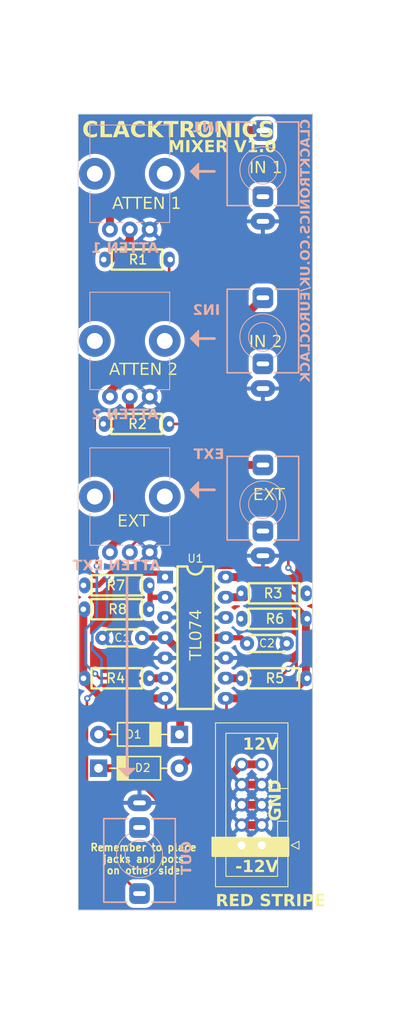
<source format=kicad_pcb>
(kicad_pcb (version 20221018) (generator pcbnew)
  (layers (0 "F.Cu" signal) (31 "B.Cu" signal) (34 "B.Paste" user) (35 "F.Paste" user) (36 "B.SilkS" user "B.Silkscreen") (37 "F.SilkS" user "F.Silkscreen") (38 "B.Mask" user) (39 "F.Mask" user) (44 "Edge.Cuts" user))
  (net 0 "")
  (net 1 "+12V")
  (net 2 "Net-(D1-A)")
  (net 3 "Net-(D2-K)")
  (net 4 "-12V")
  (net 5 "GND")
  (net 6 "Net-(J1-PadT)")
  (net 7 "Net-(J2-PadT)")
  (net 8 "Net-(J3-PadT)")
  (net 9 "Net-(J4-PadT)")
  (net 10 "Net-(R1-Pad1)")
  (net 11 "Net-(U1D--)")
  (net 12 "Net-(R2-Pad1)")
  (net 13 "Net-(U1C--)")
  (net 14 "Net-(R3-Pad1)")
  (net 15 "Net-(U1B--)")
  (net 16 "Net-(R4-Pad2)")
  (net 17 "Net-(U1A--)")
  (footprint "Clacktronics:R_Axial_DIN0204_L3.6mm_D1.6mm_P7.62mm_Horizontal" (layer "F.Cu") (at 123.965 63.275)
    (fp_text reference "R1" (at 4.318 0) (layer "F.SilkS") (effects (font (size 1.2 1.2) (thickness 0.2) bold)))
    (fp_text value "100k")
    (fp_line (start 1.016 -1.27) (end 1.016 1.27) (stroke (width 0.3)) (layer "F.SilkS"))
    (fp_line (start 1.016 1.27) (end 7.366 1.27) (stroke (width 0.3)) (layer "F.SilkS"))
    (fp_line (start 7.366 -1.27) (end 1.016 -1.27) (stroke (width 0.3)) (layer "F.SilkS"))
    (fp_line (start 7.366 1.27) (end 7.366 -1.27) (stroke (width 0.3)) (layer "F.SilkS"))
    (pad "1" thru_hole oval (at 0 0) (size 1.4 2) (drill 0.7 (offset 0.15 0)) (layers "*.Cu" "*.Mask") (net 10 "Net-(R1-Pad1)"))
    (pad "2" thru_hole oval (at 8.382 0 180) (size 1.4 2) (drill 0.7 (offset 0.15 0)) (layers "*.Cu" "*.Mask") (net 15 "Net-(U1B--)"))
  )
  (footprint "Clacktronics:C_TH_Disc_P5.00mm" (layer "F.Cu") (at 147 111.5 180)
    (fp_text reference "C2" (at 2.5 0.0254) (layer "F.SilkS"))
    (fp_text value "100n")
    (fp_line (start 0.23 -1.07) (end 0.23 -1.055) (stroke (width 0.12)) (layer "F.SilkS"))
    (fp_line (start 0.23 -1.07) (end 4.77 -1.07) (stroke (width 0.3)) (layer "F.SilkS"))
    (fp_line (start 0.23 1.055) (end 0.23 1.07) (stroke (width 0.12)) (layer "F.SilkS"))
    (fp_line (start 0.23 1.07) (end 4.77 1.07) (stroke (width 0.3)) (layer "F.SilkS"))
    (fp_line (start 4.77 -1.07) (end 4.77 -1.055) (stroke (width 0.12)) (layer "F.SilkS"))
    (fp_line (start 4.77 1.055) (end 4.77 1.07) (stroke (width 0.12)) (layer "F.SilkS"))
    (pad "1" thru_hole circle (at 0 0 180) (size 1.8 1.8) (drill 0.8) (layers "*.Cu" "*.Mask") (net 5 "GND"))
    (pad "2" thru_hole circle (at 5 0 180) (size 1.8 1.8) (drill 0.8) (layers "*.Cu" "*.Mask") (net 4 "-12V"))
  )
  (footprint "Connector_IDC:IDC-Header_2x05_P2.54mm_Vertical" (layer "F.Cu") (at 143.865 136.85 180)
    (fp_text reference "J5" hide)
    (fp_text value "Eurorack socket")
    (fp_line (start -4.68 -0.5) (end -4.68 0.5) (stroke (width 0.12)) (layer "F.SilkS"))
    (fp_line (start -4.68 0.5) (end -3.68 0) (stroke (width 0.12)) (layer "F.SilkS"))
    (fp_line (start -3.68 0) (end -4.68 -0.5) (stroke (width 0.12)) (layer "F.SilkS"))
    (fp_line (start -3.29 -5.21) (end 5.83 -5.21) (stroke (width 0.12)) (layer "F.SilkS"))
    (fp_line (start -3.29 3.03) (end -1.98 3.03) (stroke (width 0.12)) (layer "F.SilkS"))
    (fp_line (start -3.29 15.37) (end -3.29 -5.21) (stroke (width 0.12)) (layer "F.SilkS"))
    (fp_line (start -1.98 -3.91) (end 4.52 -3.91) (stroke (width 0.12)) (layer "F.SilkS"))
    (fp_line (start -1.98 3.03) (end -1.98 -3.91) (stroke (width 0.12)) (layer "F.SilkS"))
    (fp_line (start -1.98 7.13) (end -3.29 7.13) (stroke (width 0.12)) (layer "F.SilkS"))
    (fp_line (start -1.98 7.13) (end -1.98 7.13) (stroke (width 0.12)) (layer "F.SilkS"))
    (fp_line (start -1.98 14.07) (end -1.98 7.13) (stroke (width 0.12)) (layer "F.SilkS"))
    (fp_line (start 4.52 -3.91) (end 4.52 14.07) (stroke (width 0.12)) (layer "F.SilkS"))
    (fp_line (start 4.52 14.07) (end -1.98 14.07) (stroke (width 0.12)) (layer "F.SilkS"))
    (fp_line (start 5.83 -5.21) (end 5.83 15.37) (stroke (width 0.12)) (layer "F.SilkS"))
    (fp_line (start 5.83 15.37) (end -3.29 15.37) (stroke (width 0.12)) (layer "F.SilkS"))
    (pad "1" thru_hole roundrect (at 0 0 180) (size 1.7 1.7) (drill 1) (layers "*.Cu" "*.Mask") (roundrect_rratio 0.147059) (net 3 "Net-(D2-K)"))
    (pad "2" thru_hole circle (at 2.54 0 180) (size 1.7 1.7) (drill 1) (layers "*.Cu" "*.Mask") (net 3 "Net-(D2-K)"))
    (pad "3" thru_hole circle (at 0 2.54 180) (size 1.7 1.7) (drill 1) (layers "*.Cu" "*.Mask") (net 5 "GND"))
    (pad "4" thru_hole circle (at 2.54 2.54 180) (size 1.7 1.7) (drill 1) (layers "*.Cu" "*.Mask") (net 5 "GND"))
    (pad "5" thru_hole circle (at 0 5.08 180) (size 1.7 1.7) (drill 1) (layers "*.Cu" "*.Mask") (net 5 "GND"))
    (pad "6" thru_hole circle (at 2.54 5.08 180) (size 1.7 1.7) (drill 1) (layers "*.Cu" "*.Mask") (net 5 "GND"))
    (pad "7" thru_hole circle (at 0 7.62 180) (size 1.7 1.7) (drill 1) (layers "*.Cu" "*.Mask") (net 5 "GND"))
    (pad "8" thru_hole circle (at 2.54 7.62 180) (size 1.7 1.7) (drill 1) (layers "*.Cu" "*.Mask") (net 5 "GND"))
    (pad "9" thru_hole circle (at 0 10.16 180) (size 1.7 1.7) (drill 1) (layers "*.Cu" "*.Mask") (net 2 "Net-(D1-A)"))
    (pad "10" thru_hole circle (at 2.54 10.16 180) (size 1.7 1.7) (drill 1) (layers "*.Cu" "*.Mask") (net 2 "Net-(D1-A)"))
  )
  (footprint "Clacktronics:R_Axial_DIN0204_L3.6mm_D1.6mm_P7.62mm_Horizontal" (layer "F.Cu") (at 123.905 83.925)
    (fp_text reference "R2" (at 4.318 0) (layer "F.SilkS") (effects (font (size 1.2 1.2) (thickness 0.2) bold)))
    (fp_text value "100k")
    (fp_line (start 1.016 -1.27) (end 1.016 1.27) (stroke (width 0.3)) (layer "F.SilkS"))
    (fp_line (start 1.016 1.27) (end 7.366 1.27) (stroke (width 0.3)) (layer "F.SilkS"))
    (fp_line (start 7.366 -1.27) (end 1.016 -1.27) (stroke (width 0.3)) (layer "F.SilkS"))
    (fp_line (start 7.366 1.27) (end 7.366 -1.27) (stroke (width 0.3)) (layer "F.SilkS"))
    (pad "1" thru_hole oval (at 0 0) (size 1.4 2) (drill 0.7 (offset 0.15 0)) (layers "*.Cu" "*.Mask") (net 12 "Net-(R2-Pad1)"))
    (pad "2" thru_hole oval (at 8.382 0 180) (size 1.4 2) (drill 0.7 (offset 0.15 0)) (layers "*.Cu" "*.Mask") (net 13 "Net-(U1C--)"))
  )
  (footprint "Clacktronics:R_Axial_DIN0204_L3.6mm_D1.6mm_P7.62mm_Horizontal" (layer "F.Cu") (at 141.2 108.4)
    (fp_text reference "R6" (at 4.318 0) (layer "F.SilkS") (effects (font (size 1.2 1.2) (thickness 0.2) bold)))
    (fp_text value "100k")
    (fp_line (start 1.016 -1.27) (end 1.016 1.27) (stroke (width 0.3)) (layer "F.SilkS"))
    (fp_line (start 1.016 1.27) (end 7.366 1.27) (stroke (width 0.3)) (layer "F.SilkS"))
    (fp_line (start 7.366 -1.27) (end 1.016 -1.27) (stroke (width 0.3)) (layer "F.SilkS"))
    (fp_line (start 7.366 1.27) (end 7.366 -1.27) (stroke (width 0.3)) (layer "F.SilkS"))
    (pad "1" thru_hole oval (at 0 0) (size 1.4 2) (drill 0.7 (offset 0.15 0)) (layers "*.Cu" "*.Mask") (net 11 "Net-(U1D--)"))
    (pad "2" thru_hole oval (at 8.382 0 180) (size 1.4 2) (drill 0.7 (offset 0.15 0)) (layers "*.Cu" "*.Mask") (net 16 "Net-(R4-Pad2)"))
  )
  (footprint "Clacktronics:R_Axial_DIN0204_L3.6mm_D1.6mm_P7.62mm_Horizontal" (layer "F.Cu") (at 129.8 104.2 180)
    (fp_text reference "R7" (at 4.318 0 180) (layer "F.SilkS") (effects (font (size 1.2 1.2) (thickness 0.2) bold)))
    (fp_text value "100k")
    (fp_line (start 1.016 -1.27) (end 1.016 1.27) (stroke (width 0.3)) (layer "F.SilkS"))
    (fp_line (start 1.016 1.27) (end 7.366 1.27) (stroke (width 0.3)) (layer "F.SilkS"))
    (fp_line (start 7.366 -1.27) (end 1.016 -1.27) (stroke (width 0.3)) (layer "F.SilkS"))
    (fp_line (start 7.366 1.27) (end 7.366 -1.27) (stroke (width 0.3)) (layer "F.SilkS"))
    (pad "1" thru_hole oval (at 0 0 180) (size 1.4 2) (drill 0.7 (offset 0.15 0)) (layers "*.Cu" "*.Mask") (net 17 "Net-(U1A--)"))
    (pad "2" thru_hole oval (at 8.382 0) (size 1.4 2) (drill 0.7 (offset 0.15 0)) (layers "*.Cu" "*.Mask") (net 9 "Net-(J4-PadT)"))
  )
  (footprint "Clacktronics:DIP-14_W7.62mm_LongPads" (layer "F.Cu") (at 131.69 103.16)
    (fp_text reference "U1" (at 3.81 -2.33) (layer "F.SilkS"))
    (fp_text value "TL074")
    (fp_line (start 1.56 -1.33) (end 1.56 16.57) (stroke (width 0.3)) (layer "F.SilkS"))
    (fp_line (start 1.56 16.57) (end 6.06 16.57) (stroke (width 0.3)) (layer "F.SilkS"))
    (fp_line (start 2.81 -1.33) (end 1.56 -1.33) (stroke (width 0.3)) (layer "F.SilkS"))
    (fp_line (start 6.06 -1.33) (end 4.81 -1.33) (stroke (width 0.3)) (layer "F.SilkS"))
    (fp_line (start 6.06 16.57) (end 6.06 -1.33) (stroke (width 0.3)) (layer "F.SilkS"))
    (fp_arc (start 4.81 -1.33) (mid 3.81 -0.33) (end 2.81 -1.33) (stroke (width 0.3)) (layer "F.SilkS"))
    (pad "1" thru_hole rect (at 0 0) (size 2 1.6) (drill 0.8) (layers "*.Cu" "*.Mask") (net 9 "Net-(J4-PadT)"))
    (pad "2" thru_hole oval (at 0 2.54) (size 2 1.6) (drill 0.8) (layers "*.Cu" "*.Mask") (net 17 "Net-(U1A--)"))
    (pad "3" thru_hole oval (at 0 5.08) (size 2 1.6) (drill 0.8) (layers "*.Cu" "*.Mask") (net 5 "GND"))
    (pad "4" thru_hole oval (at 0 7.62) (size 2 1.6) (drill 0.8) (layers "*.Cu" "*.Mask") (net 1 "+12V"))
    (pad "5" thru_hole oval (at 0 10.16) (size 2 1.6) (drill 0.8) (layers "*.Cu" "*.Mask") (net 5 "GND"))
    (pad "6" thru_hole oval (at 0 12.7) (size 2 1.6) (drill 0.8) (layers "*.Cu" "*.Mask") (net 15 "Net-(U1B--)"))
    (pad "7" thru_hole oval (at 0 15.24) (size 2 1.6) (drill 0.8) (layers "*.Cu" "*.Mask") (net 16 "Net-(R4-Pad2)"))
    (pad "8" thru_hole oval (at 7.62 15.24) (size 2 1.6) (drill 0.8) (layers "*.Cu" "*.Mask") (net 16 "Net-(R4-Pad2)"))
    (pad "9" thru_hole oval (at 7.62 12.7) (size 2 1.6) (drill 0.8) (layers "*.Cu" "*.Mask") (net 13 "Net-(U1C--)"))
    (pad "10" thru_hole oval (at 7.62 10.16) (size 2 1.6) (drill 0.8) (layers "*.Cu" "*.Mask") (net 5 "GND"))
    (pad "11" thru_hole oval (at 7.62 7.62) (size 2 1.6) (drill 0.8) (layers "*.Cu" "*.Mask") (net 4 "-12V"))
    (pad "12" thru_hole oval (at 7.62 5.08) (size 2 1.6) (drill 0.8) (layers "*.Cu" "*.Mask") (net 5 "GND"))
    (pad "13" thru_hole oval (at 7.62 2.54) (size 2 1.6) (drill 0.8) (layers "*.Cu" "*.Mask") (net 11 "Net-(U1D--)"))
    (pad "14" thru_hole oval (at 7.62 0) (size 2 1.6) (drill 0.8) (layers "*.Cu" "*.Mask") (net 16 "Net-(R4-Pad2)"))
  )
  (footprint "Clacktronics:C_TH_Disc_P5.00mm" (layer "F.Cu") (at 128.8 110.8 180)
    (fp_text reference "C1" (at 2.5 0.0254) (layer "F.SilkS"))
    (fp_text value "100n")
    (fp_line (start 0.23 -1.07) (end 0.23 -1.055) (stroke (width 0.12)) (layer "F.SilkS"))
    (fp_line (start 0.23 -1.07) (end 4.77 -1.07) (stroke (width 0.3)) (layer "F.SilkS"))
    (fp_line (start 0.23 1.055) (end 0.23 1.07) (stroke (width 0.12)) (layer "F.SilkS"))
    (fp_line (start 0.23 1.07) (end 4.77 1.07) (stroke (width 0.3)) (layer "F.SilkS"))
    (fp_line (start 4.77 -1.07) (end 4.77 -1.055) (stroke (width 0.12)) (layer "F.SilkS"))
    (fp_line (start 4.77 1.055) (end 4.77 1.07) (stroke (width 0.12)) (layer "F.SilkS"))
    (pad "1" thru_hole circle (at 0 0 180) (size 1.8 1.8) (drill 0.8) (layers "*.Cu" "*.Mask") (net 1 "+12V"))
    (pad "2" thru_hole circle (at 5 0 180) (size 1.8 1.8) (drill 0.8) (layers "*.Cu" "*.Mask") (net 5 "GND"))
  )
  (footprint "Clacktronics:R_Axial_DIN0204_L3.6mm_D1.6mm_P7.62mm_Horizontal" (layer "F.Cu") (at 121.4 107.2)
    (fp_text reference "R8" (at 4.318 0) (layer "F.SilkS") (effects (font (size 1.2 1.2) (thickness 0.2) bold)))
    (fp_text value "100k")
    (fp_line (start 1.016 -1.27) (end 1.016 1.27) (stroke (width 0.3)) (layer "F.SilkS"))
    (fp_line (start 1.016 1.27) (end 7.366 1.27) (stroke (width 0.3)) (layer "F.SilkS"))
    (fp_line (start 7.366 -1.27) (end 1.016 -1.27) (stroke (width 0.3)) (layer "F.SilkS"))
    (fp_line (start 7.366 1.27) (end 7.366 -1.27) (stroke (width 0.3)) (layer "F.SilkS"))
    (pad "1" thru_hole oval (at 0 0) (size 1.4 2) (drill 0.7 (offset 0.15 0)) (layers "*.Cu" "*.Mask") (net 16 "Net-(R4-Pad2)"))
    (pad "2" thru_hole oval (at 8.382 0 180) (size 1.4 2) (drill 0.7 (offset 0.15 0)) (layers "*.Cu" "*.Mask") (net 17 "Net-(U1A--)"))
  )
  (footprint "Clacktronics:D_TH_DO-41_P10.16mm" (layer "F.Cu") (at 123.32 127.175)
    (fp_text reference "D2" (at 5.555 -0.05) (layer "F.SilkS"))
    (fp_text value "D_Schottky")
    (fp_line (start 1.4 0) (end 2.35 0) (stroke (width 0.2)) (layer "F.SilkS"))
    (fp_line (start 2.36 -1.47) (end 2.36 1.47) (stroke (width 0.2)) (layer "F.SilkS"))
    (fp_line (start 2.36 1.47) (end 7.8 1.47) (stroke (width 0.2)) (layer "F.SilkS"))
    (fp_line (start 7.8 -1.47) (end 2.36 -1.47) (stroke (width 0.2)) (layer "F.SilkS"))
    (fp_line (start 7.8 0) (end 8.75 0) (stroke (width 0.2)) (layer "F.SilkS"))
    (fp_line (start 7.8 1.47) (end 7.8 -1.47) (stroke (width 0.2)) (layer "F.SilkS"))
    (fp_poly (pts (xy 2.36 -1.47) (xy 2.36 1.47) (xy 3.75 1.5) (xy 3.75 -1.5)) (stroke (width 0.1)) (fill solid) (layer "F.SilkS"))
    (pad "1" thru_hole rect (at 0 0) (size 2.2 2.2) (drill 1.1) (layers "*.Cu" "*.Mask") (net 3 "Net-(D2-K)"))
    (pad "2" thru_hole oval (at 10.16 0) (size 2.2 2.2) (drill 1.1) (layers "*.Cu" "*.Mask") (net 4 "-12V"))
  )
  (footprint "Clacktronics:D_TH_DO-41_P10.16mm" (layer "F.Cu") (at 133.5 122.925 180)
    (fp_text reference "D1" (at 5.755 0) (layer "F.SilkS"))
    (fp_text value "D_Schottky")
    (fp_line (start 1.4 0) (end 2.35 0) (stroke (width 0.2)) (layer "F.SilkS"))
    (fp_line (start 2.36 -1.47) (end 2.36 1.47) (stroke (width 0.2)) (layer "F.SilkS"))
    (fp_line (start 2.36 1.47) (end 7.8 1.47) (stroke (width 0.2)) (layer "F.SilkS"))
    (fp_line (start 7.8 -1.47) (end 2.36 -1.47) (stroke (width 0.2)) (layer "F.SilkS"))
    (fp_line (start 7.8 0) (end 8.75 0) (stroke (width 0.2)) (layer "F.SilkS"))
    (fp_line (start 7.8 1.47) (end 7.8 -1.47) (stroke (width 0.2)) (layer "F.SilkS"))
    (fp_poly (pts (xy 2.36 -1.47) (xy 2.36 1.47) (xy 3.75 1.5) (xy 3.75 -1.5)) (stroke (width 0.1)) (fill solid) (layer "F.SilkS"))
    (pad "1" thru_hole rect (at 0 0 180) (size 2.2 2.2) (drill 1.1) (layers "*.Cu" "*.Mask") (net 1 "+12V"))
    (pad "2" thru_hole oval (at 10.16 0 180) (size 2.2 2.2) (drill 1.1) (layers "*.Cu" "*.Mask") (net 2 "Net-(D1-A)"))
  )
  (footprint "Clacktronics:R_Axial_DIN0204_L3.6mm_D1.6mm_P7.62mm_Horizontal" (layer "F.Cu") (at 141.2 115.875)
    (fp_text reference "R5" (at 4.318 0) (layer "F.SilkS") (effects (font (size 1.2 1.2) (thickness 0.2) bold)))
    (fp_text value "100k")
    (fp_line (start 1.016 -1.27) (end 1.016 1.27) (stroke (width 0.3)) (layer "F.SilkS"))
    (fp_line (start 1.016 1.27) (end 7.366 1.27) (stroke (width 0.3)) (layer "F.SilkS"))
    (fp_line (start 7.366 -1.27) (end 1.016 -1.27) (stroke (width 0.3)) (layer "F.SilkS"))
    (fp_line (start 7.366 1.27) (end 7.366 -1.27) (stroke (width 0.3)) (layer "F.SilkS"))
    (pad "1" thru_hole oval (at 0 0) (size 1.4 2) (drill 0.7 (offset 0.15 0)) (layers "*.Cu" "*.Mask") (net 13 "Net-(U1C--)"))
    (pad "2" thru_hole oval (at 8.382 0 180) (size 1.4 2) (drill 0.7 (offset 0.15 0)) (layers "*.Cu" "*.Mask") (net 16 "Net-(R4-Pad2)"))
  )
  (footprint "Clacktronics:R_Axial_DIN0204_L3.6mm_D1.6mm_P7.62mm_Horizontal" (layer "F.Cu") (at 149.6 105.2 180)
    (fp_text reference "R3" (at 4.318 0 180) (layer "F.SilkS") (effects (font (size 1.2 1.2) (thickness 0.2) bold)))
    (fp_text value "47k")
    (fp_line (start 1.016 -1.27) (end 1.016 1.27) (stroke (width 0.3)) (layer "F.SilkS"))
    (fp_line (start 1.016 1.27) (end 7.366 1.27) (stroke (width 0.3)) (layer "F.SilkS"))
    (fp_line (start 7.366 -1.27) (end 1.016 -1.27) (stroke (width 0.3)) (layer "F.SilkS"))
    (fp_line (start 7.366 1.27) (end 7.366 -1.27) (stroke (width 0.3)) (layer "F.SilkS"))
    (pad "1" thru_hole oval (at 0 0 180) (size 1.4 2) (drill 0.7 (offset 0.15 0)) (layers "*.Cu" "*.Mask") (net 14 "Net-(R3-Pad1)"))
    (pad "2" thru_hole oval (at 8.382 0) (size 1.4 2) (drill 0.7 (offset 0.15 0)) (layers "*.Cu" "*.Mask") (net 11 "Net-(U1D--)"))
  )
  (footprint "Clacktronics:R_Axial_DIN0204_L3.6mm_D1.6mm_P7.62mm_Horizontal" (layer "F.Cu") (at 129.8 115.875 180)
    (fp_text reference "R4" (at 4.318 0 180) (layer "F.SilkS") (effects (font (size 1.2 1.2) (thickness 0.2) bold)))
    (fp_text value "100k")
    (fp_line (start 1.016 -1.27) (end 1.016 1.27) (stroke (width 0.3)) (layer "F.SilkS"))
    (fp_line (start 1.016 1.27) (end 7.366 1.27) (stroke (width 0.3)) (layer "F.SilkS"))
    (fp_line (start 7.366 -1.27) (end 1.016 -1.27) (stroke (width 0.3)) (layer "F.SilkS"))
    (fp_line (start 7.366 1.27) (end 7.366 -1.27) (stroke (width 0.3)) (layer "F.SilkS"))
    (pad "1" thru_hole oval (at 0 0 180) (size 1.4 2) (drill 0.7 (offset 0.15 0)) (layers "*.Cu" "*.Mask") (net 15 "Net-(U1B--)"))
    (pad "2" thru_hole oval (at 8.382 0) (size 1.4 2) (drill 0.7 (offset 0.15 0)) (layers "*.Cu" "*.Mask") (net 16 "Net-(R4-Pad2)"))
  )
  (footprint "Clacktronics:POT_TH_Alps_RK09K_Single_Vertical" (layer "B.Cu") (at 127.25 73 180)
    (fp_text reference "RV2" hide)
    (fp_text value "10k")
    (fp_line (start -5.021 -6.62) (end -5.021 -2.683) (stroke (width 0.12)) (layer "B.SilkS"))
    (fp_line (start -5.021 -6.62) (end -3.371 -6.62) (stroke (width 0.12)) (layer "B.SilkS"))
    (fp_line (start -5.021 1.684) (end -5.021 5.62) (stroke (width 0.12)) (layer "B.SilkS"))
    (fp_line (start -5.021 5.62) (end 5.02 5.62) (stroke (width 0.12)) (layer "B.SilkS"))
    (fp_line (start -1.629 -6.62) (end -0.87 -6.62) (stroke (width 0.12)) (layer "B.SilkS"))
    (fp_line (start 0.871 -6.62) (end 1.63 -6.62) (stroke (width 0.12)) (layer "B.SilkS"))
    (fp_line (start 3.37 -6.62) (end 5.02 -6.62) (stroke (width 0.12)) (layer "B.SilkS"))
    (fp_line (start 5.02 -6.62) (end 5.02 -2.683) (stroke (width 0.12)) (layer "B.SilkS"))
    (fp_line (start 5.02 1.684) (end 5.02 5.62) (stroke (width 0.12)) (layer "B.SilkS"))
    (pad "" thru_hole circle (at -4.4 -0.5 90) (size 4 4) (drill 2) (layers "*.Cu" "*.Mask"))
    (pad "" thru_hole circle (at 4.4 -0.5 90) (size 4 4) (drill 2) (layers "*.Cu" "*.Mask"))
    (pad "1" thru_hole circle (at 2.5 -7.5 90) (size 2 2) (drill 1) (layers "*.Cu" "*.Mask") (net 7 "Net-(J2-PadT)"))
    (pad "2" thru_hole circle (at 0 -7.5 180) (size 2 2) (drill 1) (layers "*.Cu" "*.Mask") (net 12 "Net-(R2-Pad1)"))
    (pad "3" thru_hole circle (at -2.5 -7.5 90) (size 2 2) (drill 1) (layers "*.Cu" "*.Mask") (net 5 "GND"))
  )
  (footprint "Clacktronics:POT_TH_Alps_RK09K_Single_Vertical" (layer "B.Cu") (at 127.25 92.55 180)
    (fp_text reference "RV3" hide)
    (fp_text value "10k")
    (fp_line (start -5.021 -6.62) (end -5.021 -2.683) (stroke (width 0.12)) (layer "B.SilkS"))
    (fp_line (start -5.021 -6.62) (end -3.371 -6.62) (stroke (width 0.12)) (layer "B.SilkS"))
    (fp_line (start -5.021 1.684) (end -5.021 5.62) (stroke (width 0.12)) (layer "B.SilkS"))
    (fp_line (start -5.021 5.62) (end 5.02 5.62) (stroke (width 0.12)) (layer "B.SilkS"))
    (fp_line (start -1.629 -6.62) (end -0.87 -6.62) (stroke (width 0.12)) (layer "B.SilkS"))
    (fp_line (start 0.871 -6.62) (end 1.63 -6.62) (stroke (width 0.12)) (layer "B.SilkS"))
    (fp_line (start 3.37 -6.62) (end 5.02 -6.62) (stroke (width 0.12)) (layer "B.SilkS"))
    (fp_line (start 5.02 -6.62) (end 5.02 -2.683) (stroke (width 0.12)) (layer "B.SilkS"))
    (fp_line (start 5.02 1.684) (end 5.02 5.62) (stroke (width 0.12)) (layer "B.SilkS"))
    (pad "" thru_hole circle (at -4.4 -0.5 90) (size 4 4) (drill 2) (layers "*.Cu" "*.Mask"))
    (pad "" thru_hole circle (at 4.4 -0.5 90) (size 4 4) (drill 2) (layers "*.Cu" "*.Mask"))
    (pad "1" thru_hole circle (at 2.5 -7.5 90) (size 2 2) (drill 1) (layers "*.Cu" "*.Mask") (net 8 "Net-(J3-PadT)"))
    (pad "2" thru_hole circle (at 0 -7.5 180) (size 2 2) (drill 1) (layers "*.Cu" "*.Mask") (net 14 "Net-(R3-Pad1)"))
    (pad "3" thru_hole circle (at -2.5 -7.5 90) (size 2 2) (drill 1) (layers "*.Cu" "*.Mask") (net 5 "GND"))
  )
  (footprint "AudioJacks:Jack_3.5mm_QingPu_WQP-PJ366ST_Vertical" (layer "B.Cu") (at 144 73 180)
    (fp_text reference "J2" hide)
    (fp_text value "input2")
    (fp_line (start -4.5 -4.5) (end -4.5 6) (stroke (width 0.2)) (layer "B.SilkS"))
    (fp_line (start -4.5 -4.5) (end -1.5 -4.5) (stroke (width 0.2)) (layer "B.SilkS"))
    (fp_line (start -4.5 6) (end -1.6 6) (stroke (width 0.2)) (layer "B.SilkS"))
    (fp_line (start 1.5 -4.5) (end 4.5 -4.5) (stroke (width 0.2)) (layer "B.SilkS"))
    (fp_line (start 1.6 6) (end 4.5 6) (stroke (width 0.2)) (layer "B.SilkS"))
    (fp_line (start 4.5 -4.5) (end 4.5 6) (stroke (width 0.2)) (layer "B.SilkS"))
    (fp_arc (start 0 2.895) (mid -2.817353 0.665994) (end -1.296263 -2.588577) (stroke (width 0.12)) (layer "B.SilkS"))
    (fp_arc (start 1.296263 -2.588577) (mid 2.817353 0.665994) (end 0 2.895) (stroke (width 0.12)) (layer "B.SilkS"))
    (fp_circle (center 0 0) (end -1.8 0) (stroke (width 0.12)) (fill none) (layer "B.SilkS"))
    (pad "R" thru_hole roundrect (at 0 -3.38 180) (size 2.6 2.6) (drill oval 1.6 0.6) (layers "*.Cu" "*.Mask"))
    (pad "S" thru_hole oval (at 0 -6.48 180) (size 3.1 2.1) (drill oval 1.6 0.6) (layers "*.Cu" "*.Mask") (net 5 "GND"))
    (pad "T" thru_hole roundrect (at 0 4.92 180) (size 2.6 2.6) (drill oval 1.6 0.6) (layers "*.Cu" "*.Mask") (net 7 "Net-(J2-PadT)"))
  )
  (footprint "Clacktronics:POT_TH_Alps_RK09K_Single_Vertical" (layer "B.Cu") (at 127.25 52 180)
    (fp_text reference "RV1" hide)
    (fp_text value "10k")
    (fp_line (start -5.021 -6.62) (end -5.021 -2.683) (stroke (width 0.12)) (layer "B.SilkS"))
    (fp_line (start -5.021 -6.62) (end -3.371 -6.62) (stroke (width 0.12)) (layer "B.SilkS"))
    (fp_line (start -5.021 1.684) (end -5.021 5.62) (stroke (width 0.12)) (layer "B.SilkS"))
    (fp_line (start -5.021 5.62) (end 5.02 5.62) (stroke (width 0.12)) (layer "B.SilkS"))
    (fp_line (start -1.629 -6.62) (end -0.87 -6.62) (stroke (width 0.12)) (layer "B.SilkS"))
    (fp_line (start 0.871 -6.62) (end 1.63 -6.62) (stroke (width 0.12)) (layer "B.SilkS"))
    (fp_line (start 3.37 -6.62) (end 5.02 -6.62) (stroke (width 0.12)) (layer "B.SilkS"))
    (fp_line (start 5.02 -6.62) (end 5.02 -2.683) (stroke (width 0.12)) (layer "B.SilkS"))
    (fp_line (start 5.02 1.684) (end 5.02 5.62) (stroke (width 0.12)) (layer "B.SilkS"))
    (pad "" thru_hole circle (at -4.4 -0.5 90) (size 4 4) (drill 2) (layers "*.Cu" "*.Mask"))
    (pad "" thru_hole circle (at 4.4 -0.5 90) (size 4 4) (drill 2) (layers "*.Cu" "*.Mask"))
    (pad "1" thru_hole circle (at 2.5 -7.5 90) (size 2 2) (drill 1) (layers "*.Cu" "*.Mask") (net 6 "Net-(J1-PadT)"))
    (pad "2" thru_hole circle (at 0 -7.5 180) (size 2 2) (drill 1) (layers "*.Cu" "*.Mask") (net 10 "Net-(R1-Pad1)"))
    (pad "3" thru_hole circle (at -2.5 -7.5 90) (size 2 2) (drill 1) (layers "*.Cu" "*.Mask") (net 5 "GND"))
  )
  (footprint "AudioJacks:Jack_3.5mm_QingPu_WQP-PJ366ST_Vertical" (layer "B.Cu") (at 144 94 180)
    (fp_text reference "J3" hide)
    (fp_text value "External")
    (fp_line (start -4.5 -4.5) (end -4.5 6) (stroke (width 0.2)) (layer "B.SilkS"))
    (fp_line (start -4.5 -4.5) (end -1.5 -4.5) (stroke (width 0.2)) (layer "B.SilkS"))
    (fp_line (start -4.5 6) (end -1.6 6) (stroke (width 0.2)) (layer "B.SilkS"))
    (fp_line (start 1.5 -4.5) (end 4.5 -4.5) (stroke (width 0.2)) (layer "B.SilkS"))
    (fp_line (start 1.6 6) (end 4.5 6) (stroke (width 0.2)) (layer "B.SilkS"))
    (fp_line (start 4.5 -4.5) (end 4.5 6) (stroke (width 0.2)) (layer "B.SilkS"))
    (fp_arc (start 0 2.895) (mid -2.817353 0.665994) (end -1.296263 -2.588577) (stroke (width 0.12)) (layer "B.SilkS"))
    (fp_arc (start 1.296263 -2.588577) (mid 2.817353 0.665994) (end 0 2.895) (stroke (width 0.12)) (layer "B.SilkS"))
    (fp_circle (center 0 0) (end -1.8 0) (stroke (width 0.12)) (fill none) (layer "B.SilkS"))
    (pad "R" thru_hole roundrect (at 0 -3.38 180) (size 2.6 2.6) (drill oval 1.6 0.6) (layers "*.Cu" "*.Mask"))
    (pad "S" thru_hole oval (at 0 -6.48 180) (size 3.1 2.1) (drill oval 1.6 0.6) (layers "*.Cu" "*.Mask") (net 5 "GND"))
    (pad "T" thru_hole roundrect (at 0 4.92 180) (size 2.6 2.6) (drill oval 1.6 0.6) (layers "*.Cu" "*.Mask") (net 8 "Net-(J3-PadT)"))
  )
  (footprint "AudioJacks:Jack_3.5mm_QingPu_WQP-PJ366ST_Vertical" (layer "B.Cu") (at 128.475 138)
    (fp_text reference "J4" hide)
    (fp_text value "Output")
    (fp_line (start -4.5 -4.5) (end -4.5 6) (stroke (width 0.2)) (layer "B.SilkS"))
    (fp_line (start -4.5 -4.5) (end -1.5 -4.5) (stroke (width 0.2)) (layer "B.SilkS"))
    (fp_line (start -4.5 6) (end -1.6 6) (stroke (width 0.2)) (layer "B.SilkS"))
    (fp_line (start 1.5 -4.5) (end 4.5 -4.5) (stroke (width 0.2)) (layer "B.SilkS"))
    (fp_line (start 1.6 6) (end 4.5 6) (stroke (width 0.2)) (layer "B.SilkS"))
    (fp_line (start 4.5 -4.5) (end 4.5 6) (stroke (width 0.2)) (layer "B.SilkS"))
    (fp_arc (start 0 2.895) (mid -2.817353 0.665994) (end -1.296263 -2.588577) (stroke (width 0.12)) (layer "B.SilkS"))
    (fp_arc (start 1.296263 -2.588577) (mid 2.817353 0.665994) (end 0 2.895) (stroke (width 0.12)) (layer "B.SilkS"))
    (fp_circle (center 0 0) (end -1.8 0) (stroke (width 0.12)) (fill none) (layer "B.SilkS"))
    (pad "R" thru_hole roundrect (at 0 -3.38) (size 2.6 2.6) (drill oval 1.6 0.6) (layers "*.Cu" "*.Mask"))
    (pad "S" thru_hole oval (at 0 -6.48) (size 3.1 2.1) (drill oval 1.6 0.6) (layers "*.Cu" "*.Mask") (net 5 "GND"))
    (pad "T" thru_hole roundrect (at 0 4.92) (size 2.6 2.6) (drill oval 1.6 0.6) (layers "*.Cu" "*.Mask") (net 9 "Net-(J4-PadT)"))
  )
  (footprint "AudioJacks:Jack_3.5mm_QingPu_WQP-PJ366ST_Vertical" (layer "B.Cu") (at 144 52 180)
    (fp_text reference "J1" hide)
    (fp_text value "input1")
    (fp_line (start -4.5 -4.5) (end -4.5 6) (stroke (width 0.2)) (layer "B.SilkS"))
    (fp_line (start -4.5 -4.5) (end -1.5 -4.5) (stroke (width 0.2)) (layer "B.SilkS"))
    (fp_line (start -4.5 6) (end -1.6 6) (stroke (width 0.2)) (layer "B.SilkS"))
    (fp_line (start 1.5 -4.5) (end 4.5 -4.5) (stroke (width 0.2)) (layer "B.SilkS"))
    (fp_line (start 1.6 6) (end 4.5 6) (stroke (width 0.2)) (layer "B.SilkS"))
    (fp_line (start 4.5 -4.5) (end 4.5 6) (stroke (width 0.2)) (layer "B.SilkS"))
    (fp_arc (start 0 2.895) (mid -2.817353 0.665994) (end -1.296263 -2.588577) (stroke (width 0.12)) (layer "B.SilkS"))
    (fp_arc (start 1.296263 -2.588577) (mid 2.817353 0.665994) (end 0 2.895) (stroke (width 0.12)) (layer "B.SilkS"))
    (fp_circle (center 0 0) (end -1.8 0) (stroke (width 0.12)) (fill none) (layer "B.SilkS"))
    (pad "R" thru_hole roundrect (at 0 -3.38 180) (size 2.6 2.6) (drill oval 1.6 0.6) (layers "*.Cu" "*.Mask"))
    (pad "S" thru_hole oval (at 0 -6.48 180) (size 3.1 2.1) (drill oval 1.6 0.6) (layers "*.Cu" "*.Mask") (net 5 "GND"))
    (pad "T" thru_hole roundrect (at 0 4.92 180) (size 2.6 2.6) (drill oval 1.6 0.6) (layers "*.Cu" "*.Mask") (net 6 "Net-(J1-PadT)"))
  )
  (gr_line (start 137.9 73.2) (end 135.9 73.2) (stroke (width 0.33)) (layer "B.SilkS"))
  (gr_line (start 135.9 53.2) (end 134.9 52.2) (stroke (width 0.15)) (layer "B.SilkS"))
  (gr_poly (pts (xy 125.9 127.2) (xy 126.9 128.2) (xy 127.9 127.2)) (stroke (width 0.15)) (fill solid) (layer "B.SilkS"))
  (gr_line (start 126.9 128.2) (end 125.9 127.2) (stroke (width 0.15)) (layer "B.SilkS"))
  (gr_line (start 135.9 51.2) (end 135.9 53.2) (stroke (width 0.15)) (layer "B.SilkS"))
  (gr_line (start 135.9 91.2) (end 135.9 93.2) (stroke (width 0.15)) (layer "B.SilkS"))
  (gr_line (start 134.9 92.2) (end 135.9 91.2) (stroke (width 0.15)) (layer "B.SilkS"))
  (gr_line (start 134.9 73.2) (end 135.9 72.2) (stroke (width 0.15)) (layer "B.SilkS"))
  (gr_line (start 135.9 93.2) (end 134.9 92.2) (stroke (width 0.15)) (layer "B.SilkS"))
  (gr_poly (pts (xy 135.9 51.2) (xy 134.9 52.2) (xy 135.9 53.2)) (stroke (width 0.15)) (fill solid) (layer "B.SilkS"))
  (gr_poly (pts (xy 135.9 72.2) (xy 134.9 73.2) (xy 135.9 74.2)) (stroke (width 0.15)) (fill solid) (layer "B.SilkS"))
  (gr_line (start 134.9 52.2) (end 135.9 51.2) (stroke (width 0.15)) (layer "B.SilkS"))
  (gr_line (start 125.9 127.2) (end 127.9 127.2) (stroke (width 0.15)) (layer "B.SilkS"))
  (gr_line (start 135.9 74.2) (end 134.9 73.2) (stroke (width 0.15)) (layer "B.SilkS"))
  (gr_line (start 137.9 92.2) (end 135.9 92.2) (stroke (width 0.33)) (layer "B.SilkS"))
  (gr_line (start 135.9 72.2) (end 135.9 74.2) (stroke (width 0.15)) (layer "B.SilkS"))
  (gr_line (start 137.9 52.2) (end 135.9 52.2) (stroke (width 0.33)) (layer "B.SilkS"))
  (gr_line (start 127.9 127.2) (end 126.9 128.2) (stroke (width 0.15)) (layer "B.SilkS"))
  (gr_line (start 126.9 103.2) (end 126.9 127.2) (stroke (width 0.33)) (layer "B.SilkS"))
  (gr_poly (pts (xy 135.9 91.2) (xy 134.9 92.2) (xy 135.9 93.2)) (stroke (width 0.15)) (fill solid) (layer "B.SilkS"))
  (gr_line (start 135.9 74.2) (end 135.9 72.2) (stroke (width 0.15)) (layer "F.SilkS"))
  (gr_line (start 135.9 53.2) (end 135.9 51.2) (stroke (width 0.15)) (layer "F.SilkS"))
  (gr_line (start 135.9 93.2) (end 134.9 92.2) (stroke (width 0.15)) (layer "F.SilkS"))
  (gr_poly (pts (xy 135.9 91.2) (xy 134.9 92.2) (xy 135.9 93.2)) (stroke (width 0.15)) (fill solid) (layer "F.SilkS"))
  (gr_line (start 137.9 92.2) (end 135.9 92.2) (stroke (width 0.33)) (layer "F.SilkS"))
  (gr_line (start 135.9 53.2) (end 134.9 52.2) (stroke (width 0.15)) (layer "F.SilkS"))
  (gr_poly (pts (xy 135.9 72.2) (xy 134.9 73.2) (xy 135.9 74.2)) (stroke (width 0.15)) (fill solid) (layer "F.SilkS"))
  (gr_line (start 134.9 52.2) (end 135.9 51.2) (stroke (width 0.15)) (layer "F.SilkS"))
  (gr_line (start 134.9 73.2) (end 135.9 72.2) (stroke (width 0.15)) (layer "F.SilkS"))
  (gr_poly (pts (xy 135.9 51.2) (xy 134.9 52.2) (xy 135.9 53.2)) (stroke (width 0.15)) (fill solid) (layer "F.SilkS"))
  (gr_line (start 134.9 92.2) (end 135.9 91.2) (stroke (width 0.15)) (layer "F.SilkS"))
  (gr_line (start 135.9 74.2) (end 134.9 73.2) (stroke (width 0.15)) (layer "F.SilkS"))
  (gr_rect (start 137.675 135.925) (end 147.175 138.175) (stroke (width 0.3)) (fill solid) (layer "F.SilkS"))
  (gr_line (start 137.9 73.2) (end 135.9 73.2) (stroke (width 0.33)) (layer "F.SilkS"))
  (gr_line (start 137.9 52.2) (end 135.9 52.2) (stroke (width 0.33)) (layer "F.SilkS"))
  (gr_line (start 135.9 93.2) (end 135.9 91.2) (stroke (width 0.15)) (layer "F.SilkS"))
  (gr_line (start 150.25 145) (end 150.25 45) (stroke (width 0.1)) (layer "Edge.Cuts"))
  (gr_line (start 150.25 45) (end 120.75 45) (stroke (width 0.1)) (layer "Edge.Cuts"))
  (gr_line (start 120.75 45) (end 120.75 145) (stroke (width 0.1)) (layer "Edge.Cuts"))
  (gr_line (start 120.75 145) (end 150.25 145) (stroke (width 0.1)) (layer "Edge.Cuts"))
  (gr_text "EXT" (at 139.15 88.55) (layer "B.SilkS") (effects (font (size 1.3 1.3)) (justify left bottom mirror)))
  (gr_text "OUT" (at 135.2 136.335 90) (layer "B.SilkS") (effects (font (size 1.3 1.3)) (justify left bottom mirror)))
  (gr_text "CLACKTRONICS.CO.UK/EUROCLACK" (at 150.1 45.625 90) (layer "B.SilkS") (effects (font (size 1.2 1.2)) (justify left bottom mirror)))
  (gr_text "ATTEN 2" (at 130.875 83.55) (layer "B.SilkS") (effects (font (size 1.3 1.3)) (justify left bottom mirror)))
  (gr_text "IN1" (at 138.525 47.5) (layer "B.SilkS") (effects (font (size 1.3 1.3)) (justify left bottom mirror)))
  (gr_text "ATTEN EXT" (at 131.125 102.525) (layer "B.SilkS") (effects (font (size 1.3 1.3)) (justify left bottom mirror)))
  (gr_text "ATTEN 1" (at 130.875 62.65) (layer "B.SilkS") (effects (font (size 1.3 1.3)) (justify left bottom mirror)))
  (gr_text "IN2" (at 138.625 70.45) (layer "B.SilkS") (effects (font (size 1.3 1.3)) (justify left bottom mirror)))
  (gr_text "CLACKTRONICS" (at 121.25 48.25) (layer "F.SilkS") (effects (font (size 2 2)) (justify left bottom)))
  (gr_text "GND" (at 146.5 133.82 90) (layer "F.SilkS") (effects (font (size 1.5 1.5)) (justify left bottom)))
  (gr_text "IN 1" (at 142.275 52.675) (layer "F.SilkS") (effects (font (size 1.5 1.5)) (justify left bottom)))
  (gr_text "TL074" (at 136.5 113.65 90) (layer "F.SilkS") (effects (font (size 1.5 1.5)) (justify left bottom)))
  (gr_text "Remember to place\njacks and pots\non other side" (at 128.975 140.55) (layer "F.SilkS") (effects (font (size 0.9 0.9) (thickness 0.2) bold) (justify bottom)))
  (gr_text "EXT" (at 125.675 97.075) (layer "F.SilkS") (effects (font (size 1.5 1.5)) (justify left bottom)))
  (gr_text "-12V\n" (at 140.525 140.475) (layer "F.SilkS") (effects (font (size 1.5 1.5)) (justify left bottom)))
  (gr_text "ATTEN 2" (at 124.625 78.025) (layer "F.SilkS") (effects (font (size 1.5 1.5)) (justify left bottom)))
  (gr_text "EXT" (at 142.75 93.75) (layer "F.SilkS") (effects (font (size 1.5 1.5)) (justify left bottom)))
  (gr_text "12V" (at 141.45 125.1) (layer "F.SilkS") (effects (font (size 1.5 1.5)) (justify left bottom)))
  (gr_text "RED STRIPE" (at 138.05 144.75) (layer "F.SilkS") (effects (font (size 1.5 1.5)) (justify left bottom)))
  (gr_text "ATTEN 1" (at 125.025 57.175) (layer "F.SilkS") (effects (font (size 1.5 1.5)) (justify left bottom)))
  (gr_text "MIXER V1.0" (at 132.075 50.05) (layer "F.SilkS") (effects (font (size 1.5 1.5)) (justify left bottom)))
  (gr_text "IN 2" (at 142.25 74.525) (layer "F.SilkS") (effects (font (size 1.5 1.5)) (justify left bottom)))
  (segment (start 133.6 122.825) (end 133.5 122.925) (width 1) (layer "F.Cu") (net 1))
  (segment (start 131.67 110.8) (end 131.69 110.78) (width 0.66) (layer "F.Cu") (net 1))
  (segment (start 131.8 110.78) (end 133.6 112.58) (width 1) (layer "F.Cu") (net 1))
  (segment (start 128.8 110.8) (end 131.67 110.8) (width 0.66) (layer "F.Cu") (net 1))
  (segment (start 133.6 112.58) (end 133.6 122.825) (width 1) (layer "F.Cu") (net 1))
  (segment (start 137.515 130.5) (end 141.325 126.69) (width 1) (layer "F.Cu") (net 2))
  (segment (start 123.34 122.925) (end 124.825 122.925) (width 1) (layer "F.Cu") (net 2))
  (segment (start 124.825 122.925) (end 132.4 130.5) (width 1) (layer "F.Cu") (net 2))
  (segment (start 141.325 126.69) (end 143.865 126.69) (width 1) (layer "F.Cu") (net 2))
  (segment (start 132.4 130.5) (end 137.515 130.5) (width 1) (layer "F.Cu") (net 2))
  (segment (start 130.725 130.825) (end 136.75 136.85) (width 1) (layer "F.Cu") (net 3))
  (segment (start 136.75 136.85) (end 141.325 136.85) (width 1) (layer "F.Cu") (net 3))
  (segment (start 127.104874 127.175) (end 130.725 130.795126) (width 1) (layer "F.Cu") (net 3))
  (segment (start 123.32 127.175) (end 127.104874 127.175) (width 1) (layer "F.Cu") (net 3))
  (segment (start 141.325 136.85) (end 143.865 136.85) (width 1) (layer "F.Cu") (net 3))
  (segment (start 130.725 130.795126) (end 130.725 130.825) (width 1) (layer "F.Cu") (net 3))
  (segment (start 137.32 110.78) (end 139.42 110.78) (width 1) (layer "F.Cu") (net 4))
  (segment (start 136.5 111.6) (end 137.32 110.78) (width 1) (layer "F.Cu") (net 4))
  (segment (start 141.28 110.78) (end 142 111.5) (width 0.66) (layer "F.Cu") (net 4))
  (segment (start 139.31 110.78) (end 141.28 110.78) (width 0.66) (layer "F.Cu") (net 4))
  (segment (start 136.5 124.155) (end 136.5 111.6) (width 1) (layer "F.Cu") (net 4))
  (segment (start 133.48 127.175) (end 136.5 124.155) (width 1) (layer "F.Cu") (net 4))
  (segment (start 143.865 134.31) (end 141.325 134.31) (width 1) (layer "F.Cu") (net 5))
  (segment (start 141.325 131.77) (end 143.865 131.77) (width 1) (layer "F.Cu") (net 5))
  (segment (start 143.865 129.23) (end 141.325 129.23) (width 1) (layer "F.Cu") (net 5))
  (segment (start 126.6 52.7) (end 126.6 55.2) (width 1) (layer "F.Cu") (net 6))
  (segment (start 132.285 47.015) (end 126.6 52.7) (width 1) (layer "F.Cu") (net 6))
  (segment (start 144 47.08) (end 143.935 47.015) (width 1) (layer "F.Cu") (net 6))
  (segment (start 124.75 57.05) (end 124.75 59.5) (width 1) (layer "F.Cu") (net 6))
  (segment (start 126.6 55.2) (end 124.75 57.05) (width 1) (layer "F.Cu") (net 6))
  (segment (start 143.935 47.015) (end 132.285 47.015) (width 1) (layer "F.Cu") (net 6))
  (segment (start 144 68.08) (end 133.745 78.335) (width 1) (layer "F.Cu") (net 7))
  (segment (start 124.75 79.85) (end 124.75 80.5) (width 1) (layer "F.Cu") (net 7))
  (segment (start 126.265 78.335) (end 124.75 79.85) (width 1) (layer "F.Cu") (net 7))
  (segment (start 133.745 78.335) (end 126.265 78.335) (width 1) (layer "F.Cu") (net 7))
  (segment (start 126.165 98.06) (end 124.7 99.525) (width 1) (layer "F.Cu") (net 8))
  (segment (start 144 89.08) (end 130.543295 89.08) (width 1) (layer "F.Cu") (net 8))
  (segment (start 130.543295 89.08) (end 126.165 93.458295) (width 1) (layer "F.Cu") (net 8))
  (segment (start 126.165 93.458295) (end 126.165 98.06) (width 1) (layer "F.Cu") (net 8))
  (segment (start 121.855 136.3) (end 121.855 118.445) (width 0.33) (layer "F.Cu") (net 9))
  (segment (start 124.83 102.67) (end 124.4 103.1) (width 0.66) (layer "F.Cu") (net 9))
  (segment (start 131.2 102.67) (end 124.83 102.67) (width 0.66) (layer "F.Cu") (net 9))
  (segment (start 121.855 118.445) (end 121.9 118.4) (width 0.33) (layer "F.Cu") (net 9))
  (segment (start 128.475 142.92) (end 121.855 136.3) (width 0.33) (layer "F.Cu") (net 9))
  (segment (start 123.3 104.2) (end 124.4 103.1) (width 0.66) (layer "F.Cu") (net 9))
  (segment (start 121.418 104.2) (end 123.3 104.2) (width 0.66) (layer "F.Cu") (net 9))
  (segment (start 131.69 103.16) (end 131.2 102.67) (width 0.66) (layer "F.Cu") (net 9))
  (via (at 124.4 103.1) (size 0.8) (drill 0.4) (layers "F.Cu" "B.Cu") (net 9))
  (via (at 121.9 118.4) (size 0.8) (drill 0.4) (layers "F.Cu" "B.Cu") (net 9))
  (segment (start 123.7 113.447415) (end 123.7 116.6) (width 0.33) (layer "B.Cu") (net 9))
  (segment (start 124.4 108.411019) (end 122.535 110.276019) (width 0.33) (layer "B.Cu") (net 9))
  (segment (start 122.535 110.276019) (end 122.535 112.282415) (width 0.33) (layer "B.Cu") (net 9))
  (segment (start 123.7 116.6) (end 121.9 118.4) (width 0.33) (layer "B.Cu") (net 9))
  (segment (start 122.535 112.282415) (end 123.7 113.447415) (width 0.33) (layer "B.Cu") (net 9))
  (segment (start 124.4 103.1) (end 124.4 108.411019) (width 0.33) (layer "B.Cu") (net 9))
  (segment (start 127.25 60.85) (end 127.25 59.5) (width 1) (layer "F.Cu") (net 10))
  (segment (start 124.825 63.275) (end 127.25 60.85) (width 1) (layer "F.Cu") (net 10))
  (segment (start 123.965 63.275) (end 124.825 63.275) (width 1) (layer "F.Cu") (net 10))
  (segment (start 139.42 105.7) (end 141.715 105.7) (width 1) (layer "F.Cu") (net 11))
  (segment (start 125.475 83.925) (end 127.25 82.15) (width 1) (layer "F.Cu") (net 12))
  (segment (start 123.905 83.925) (end 125.475 83.925) (width 1) (layer "F.Cu") (net 12))
  (segment (start 127.25 82.15) (end 127.25 80.5) (width 1) (layer "F.Cu") (net 12))
  (segment (start 144.125 83.925) (end 147.2 87) (width 0.33) (layer "F.Cu") (net 13))
  (segment (start 147.2 114.7) (end 146.025 115.875) (width 0.33) (layer "F.Cu") (net 13))
  (segment (start 141.2 115.875) (end 139.435 115.875) (width 1) (layer "F.Cu") (net 13))
  (segment (start 146.025 115.875) (end 141.2 115.875) (width 0.33) (layer "F.Cu") (net 13))
  (segment (start 147.2 87) (end 147.2 102) (width 0.33) (layer "F.Cu") (net 13))
  (segment (start 132.287 83.925) (end 144.125 83.925) (width 0.33) (layer "F.Cu") (net 13))
  (segment (start 139.435 115.875) (end 139.42 115.86) (width 1) (layer "F.Cu") (net 13))
  (via (at 147.2 102) (size 0.8) (drill 0.4) (layers "F.Cu" "B.Cu") (net 13))
  (via (at 147.2 114.7) (size 0.8) (drill 0.4) (layers "F.Cu" "B.Cu") (net 13))
  (segment (start 148.3 103.1) (end 148.3 113.6) (width 0.33) (layer "B.Cu") (net 13))
  (segment (start 147.2 102) (end 148.3 103.1) (width 0.33) (layer "B.Cu") (net 13))
  (segment (start 148.3 113.6) (end 147.2 114.7) (width 0.33) (layer "B.Cu") (net 13))
  (segment (start 147.845051 105.2) (end 144.640051 101.995) (width 0.33) (layer "F.Cu") (net 14))
  (segment (start 134.100402 101.995) (end 130.105402 98) (width 0.33) (layer "F.Cu") (net 14))
  (segment (start 144.640051 101.995) (end 134.100402 101.995) (width 0.33) (layer "F.Cu") (net 14))
  (segment (start 128.725 98) (end 127.2 99.525) (width 0.33) (layer "F.Cu") (net 14))
  (segment (start 130.105402 98) (end 128.725 98) (width 0.33) (layer "F.Cu") (net 14))
  (segment (start 149.6 105.2) (end 147.845051 105.2) (width 0.33) (layer "F.Cu") (net 14))
  (segment (start 122.84 89.220384) (end 125.3 91.680384) (width 0.33) (layer "F.Cu") (net 15))
  (segment (start 123.46 115.875) (end 122.885 115.3) (width 0.33) (layer "F.Cu") (net 15))
  (segment (start 132.2 63.275) (end 132.2 68.169616) (width 0.33) (layer "F.Cu") (net 15))
  (segment (start 132.2 68.169616) (end 122.84 77.529616) (width 0.33) (layer "F.Cu") (net 15))
  (segment (start 131.785 115.875) (end 131.8 115.86) (width 1) (layer "F.Cu") (net 15))
  (segment (start 122.84 77.529616) (end 122.84 89.220384) (width 0.33) (layer "F.Cu") (net 15))
  (segment (start 123.1 99.1) (end 123.1 101.8) (width 0.33) (layer "F.Cu") (net 15))
  (segment (start 129.8 115.875) (end 123.46 115.875) (width 0.33) (layer "F.Cu") (net 15))
  (segment (start 129.8 115.875) (end 131.785 115.875) (width 1) (layer "F.Cu") (net 15))
  (segment (start 125.3 91.680384) (end 125.3 96.9) (width 0.33) (layer "F.Cu") (net 15))
  (segment (start 125.3 96.9) (end 123.1 99.1) (width 0.33) (layer "F.Cu") (net 15))
  (via (at 122.885 115.3) (size 0.8) (drill 0.4) (layers "F.Cu" "B.Cu") (net 15))
  (via (at 123.1 101.8) (size 0.8) (drill 0.4) (layers "F.Cu" "B.Cu") (net 15))
  (segment (start 121.7 114.115) (end 122.885 115.3) (width 0.33) (layer "B.Cu") (net 15))
  (segment (start 123.1 101.8) (end 123.1 108.3) (width 0.33) (layer "B.Cu") (net 15))
  (segment (start 121.7 109.7) (end 121.7 114.115) (width 0.33) (layer "B.Cu") (net 15))
  (segment (start 123.1 108.3) (end 121.7 109.7) (width 0.33) (layer "B.Cu") (net 15))
  (segment (start 149.435 108.35) (end 144.245 103.16) (width 1) (layer "F.Cu") (net 16))
  (segment (start 139.42 124.18) (end 139.42 118.4) (width 0.33) (layer "F.Cu") (net 16))
  (segment (start 144.245 103.16) (end 139.42 103.16) (width 1) (layer "F.Cu") (net 16))
  (segment (start 149.41 108.375) (end 149.435 108.35) (width 1) (layer "F.Cu") (net 16))
  (segment (start 123.758654 118.4) (end 131.8 118.4) (width 1) (layer "F.Cu") (net 16))
  (segment (start 149.41 115.875) (end 149.41 108.375) (width 1) (layer "F.Cu") (net 16))
  (segment (start 146.885 118.4) (end 149.41 115.875) (width 1) (layer "F.Cu") (net 16))
  (segment (start 134.6 129) (end 139.42 124.18) (width 0.33) (layer "F.Cu") (net 16))
  (segment (start 121.4 107.2) (end 121.4 116.041346) (width 1) (layer "F.Cu") (net 16))
  (segment (start 132.9 129) (end 134.6 129) (width 0.33) (layer "F.Cu") (net 16))
  (segment (start 131.8 127.9) (end 132.9 129) (width 0.33) (layer "F.Cu") (net 16))
  (segment (start 131.8 118.4) (end 131.8 127.9) (width 0.33) (layer "F.Cu") (net 16))
  (segment (start 139.42 118.4) (end 146.885 118.4) (width 1) (layer "F.Cu") (net 16))
  (segment (start 121.4 116.041346) (end 123.758654 118.4) (width 1) (layer "F.Cu") (net 16))
  (segment (start 129.8 105.7) (end 129.8 107.182) (width 0.66) (layer "F.Cu") (net 17))
  (segment (start 131.69 105.7) (end 129.8 105.7) (width 0.66) (layer "F.Cu") (net 17))
  (segment (start 129.8 107.182) (end 129.782 107.2) (width 0.66) (layer "F.Cu") (net 17))
  (segment (start 129.8 104.2) (end 129.8 105.7) (width 0.66) (layer "F.Cu") (net 17))
  (zone (net 0) (net_name "") (layer "F.Cu") (connect_pads (clearance 0.5)) (min_thickness 0.25) (fill yes (thermal_gap 0.5) (thermal_bridge_width 0.5) (island_removal_mode 1) (island_area_min 10))
    (polygon (pts (xy 150.832946 145.069402) (xy 120.332946 145.319402) (xy 120.332946 44.569402) (xy 150.832946 44.569402)))
  )
  (zone (net 5) (net_name "GND") (layer "B.Cu") (connect_pads (clearance 0.5)) (min_thickness 0.25) (fill yes (thermal_gap 0.5) (thermal_bridge_width 0.5))
    (polygon (pts (xy 150.75 145.25) (xy 120.25 145.5) (xy 120.25 44.75) (xy 150.75 44.75)))
  )
)
</source>
